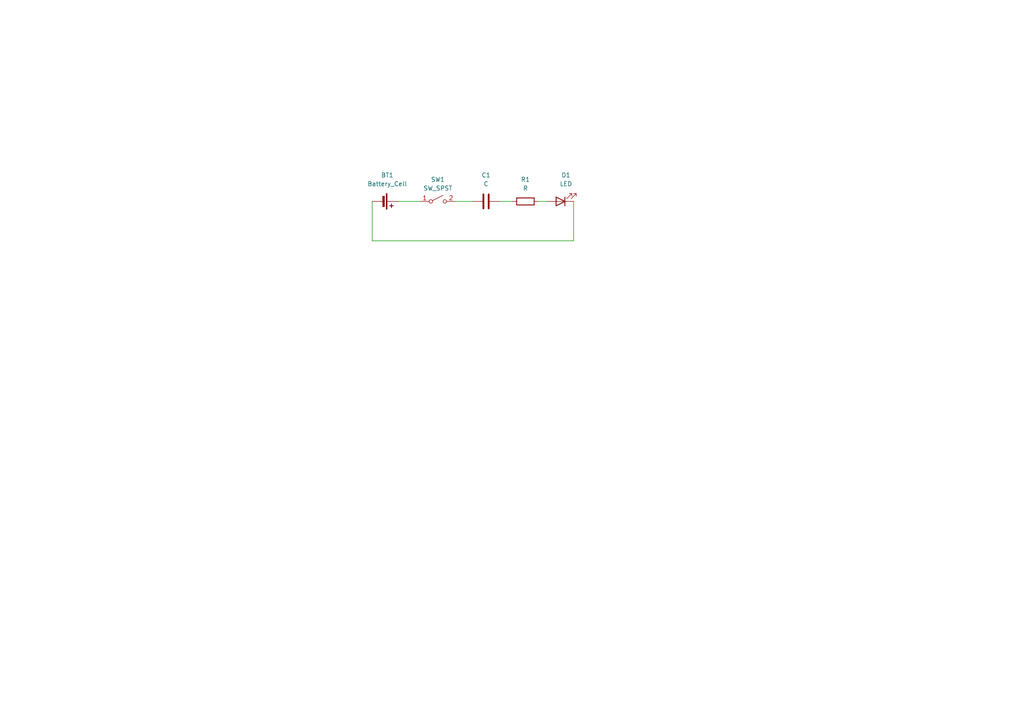
<source format=kicad_sch>
(kicad_sch (version 20231120) (generator "eeschema") (generator_version "8.0")
  (paper "A4")
  (lib_symbols
    (symbol "Device:Battery_Cell" (pin_numbers hide) (pin_names (offset 0) hide)
      (property "Reference" "BT" (at 2.54 2.54 0))
      (property "Value" "Battery_Cell" (at 2.54 0 0))
      (symbol "Battery_Cell_0_1"
        (rectangle (start -2.286 1.778) (end 2.286 1.524) (fill (type outline)))
        (rectangle (start -1.524 1.016) (end 1.524 0.508) (fill (type outline)))
        (polyline (pts (xy 0 0.762) (xy 0 0)))
        (polyline (pts (xy 0 1.778) (xy 0 2.54)))
        (polyline (pts (xy 0.762 3.048) (xy 1.778 3.048)) (stroke (width 0.254)))
        (polyline (pts (xy 1.27 3.556) (xy 1.27 2.54)) (stroke (width 0.254)))
      )
      (symbol "Battery_Cell_1_1"
        (pin passive line (at 0 5.08 270) (length 2.54) (name "+") (number "1"))
        (pin passive line (at 0 -2.54 90) (length 2.54) (name "-") (number "2"))
      )
    )
    (symbol "Device:C" (pin_numbers hide) (pin_names (offset 0.254))
      (property "Reference" "C" (at 0.635 2.54 0))
      (property "Value" "C" (at 0.635 -2.54 0))
      (symbol "C_0_1"
        (polyline (pts (xy -2.032 -0.762) (xy 2.032 -0.762)) (stroke (width 0.508)))
        (polyline (pts (xy -2.032 0.762) (xy 2.032 0.762)) (stroke (width 0.508)))
      )
      (symbol "C_1_1"
        (pin passive line (at 0 3.81 270) (length 2.794) (name "~") (number "1"))
        (pin passive line (at 0 -3.81 90) (length 2.794) (name "~") (number "2"))
      )
    )
    (symbol "Device:LED" (pin_numbers hide) (pin_names (offset 1.016) hide)
      (property "Reference" "D" (at 0 2.54 0))
      (property "Value" "LED" (at 0 -2.54 0))
      (symbol "LED_0_1"
        (polyline (pts (xy -1.27 -1.27) (xy -1.27 1.27)) (stroke (width 0.254)))
        (polyline (pts (xy -1.27 0) (xy 1.27 0)))
        (polyline (pts (xy 1.27 -1.27) (xy 1.27 1.27) (xy -1.27 0) (xy 1.27 -1.27)) (stroke (width 0.254)))
        (polyline (pts (xy -3.048 -0.762) (xy -4.572 -2.286) (xy -3.81 -2.286) (xy -4.572 -2.286) (xy -4.572 -1.524)))
        (polyline (pts (xy -1.778 -0.762) (xy -3.302 -2.286) (xy -2.54 -2.286) (xy -3.302 -2.286) (xy -3.302 -1.524)))
      )
      (symbol "LED_1_1"
        (pin passive line (at -3.81 0 0) (length 2.54) (name "K") (number "1"))
        (pin passive line (at 3.81 0 180) (length 2.54) (name "A") (number "2"))
      )
    )
    (symbol "Device:R" (pin_numbers hide) (pin_names (offset 0))
      (property "Reference" "R" (at 2.032 0 90))
      (property "Value" "R" (at 0 0 90))
      (symbol "R_0_1"
        (rectangle (start -1.016 -2.54) (end 1.016 2.54) (stroke (width 0.254)))
      )
      (symbol "R_1_1"
        (pin passive line (at 0 3.81 270) (length 1.27) (name "~") (number "1"))
        (pin passive line (at 0 -3.81 90) (length 1.27) (name "~") (number "2"))
      )
    )
    (symbol "Switch:SW_SPST" (pin_names (offset 0) hide)
      (property "Reference" "SW" (at 0 3.175 0))
      (property "Value" "SW_SPST" (at 0 -2.54 0))
      (symbol "SW_SPST_0_0"
        (circle (center -2.032 0) (radius 0.508))
        (polyline (pts (xy -1.524 0.254) (xy 1.524 1.778)))
        (circle (center 2.032 0) (radius 0.508))
      )
      (symbol "SW_SPST_1_1"
        (pin passive line (at -5.08 0 0) (length 2.54) (name "A") (number "1"))
        (pin passive line (at 5.08 0 180) (length 2.54) (name "B") (number "2"))
      )
    )
  )
  (wire (pts (xy 166.37 69.85) (xy 107.95 69.85)))
  (wire (pts (xy 144.78 58.42) (xy 148.59 58.42)))
  (wire (pts (xy 156.21 58.42) (xy 158.75 58.42)))
  (wire (pts (xy 166.37 58.42) (xy 166.37 69.85)))
  (wire (pts (xy 132.08 58.42) (xy 137.16 58.42)))
  (wire (pts (xy 115.57 58.42) (xy 121.92 58.42)))
  (wire (pts (xy 107.95 69.85) (xy 107.95 58.42)))
  (symbol (lib_id "Device:R") (at 152.4 58.42 90) (unit 1)
    (property "Reference" "R1" (at 152.4 52.07 90))
    (property "Value" "R" (at 152.4 54.61 90))
    (property "Description" "Resistor" (effects (hide yes)))
  )
  (symbol (lib_id "Device:LED") (at 162.56 58.42 180) (unit 1)
    (property "Reference" "D1" (at 164.1475 50.8 0))
    (property "Value" "LED" (at 164.1475 53.34 0))
    (property "Description" "Light emitting diode" (effects (hide yes)))
  )
  (symbol (lib_id "Switch:SW_SPST") (at 127 58.42 0) (unit 1)
    (property "Reference" "SW1" (at 127 52.07 0))
    (property "Value" "SW_SPST" (at 127 54.61 0))
    (property "Description" "Single Pole Single Throw (SPST) switch" (effects (hide yes)))
  )
  (symbol (lib_id "Device:Battery_Cell") (at 110.49 58.42 270) (unit 1)
    (property "Reference" "BT1" (at 112.3315 50.8 90))
    (property "Value" "Battery_Cell" (at 112.3315 53.34 90))
    (property "Description" "Single-cell battery" (effects (hide yes)))
  )
  (symbol (lib_id "Device:C") (at 140.97 58.42 90) (unit 1)
    (property "Reference" "C1" (at 140.97 50.8 90))
    (property "Value" "C" (at 140.97 53.34 90))
    (property "Description" "Unpolarized capacitor" (effects (hide yes)))
  )
)
</source>
